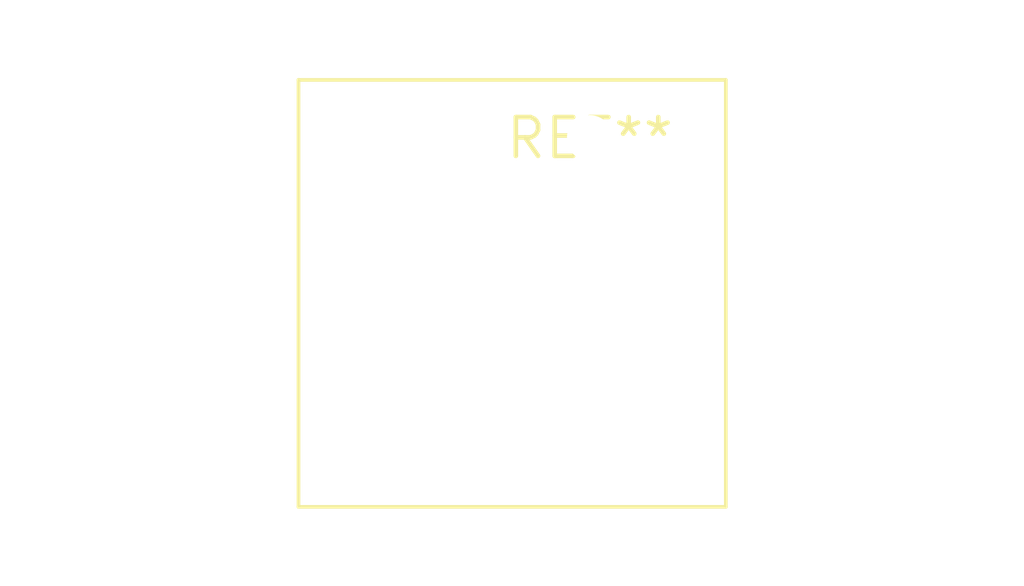
<source format=kicad_pcb>
(kicad_pcb (version 20240108) (generator pcbnew)
  (layers (0 "F.Cu" signal) (31 "B.Cu" signal) (34 "B.Paste" user) (35 "F.Paste" user) (36 "B.SilkS" user "B.Silkscreen") (37 "F.SilkS" user "F.Silkscreen") (38 "B.Mask" user) (39 "F.Mask" user) (44 "Edge.Cuts" user))
  (net 0 "")
  (footprint "SW_Cherry_MX_1.75u_Plate" (layer "F.Cu") (at 0 0)
    (property "Reference" "REF**")
    (property "Value" "SW_Cherry_MX_1.75u_Plate")
    (fp_line (start -9.525 -1.905) (end 4.445 -1.905) (layer "F.SilkS") (stroke (width 0.12)))
    (fp_line (start -9.525 12.065) (end -9.525 -1.905) (layer "F.SilkS") (stroke (width 0.12)))
    (fp_line (start 4.445 -1.905) (end 4.445 12.065) (layer "F.SilkS") (stroke (width 0.12)))
    (fp_line (start 4.445 12.065) (end -9.525 12.065) (layer "F.SilkS") (stroke (width 0.12)))
    (pad "" np_thru_hole circle (at -2.54 5.08) (size 4 4) (drill 4) (layers *.Cu *.Mask))
    (pad "1" thru_hole circle (at 0 0) (size 2.2 2.2) (drill 1.5) (layers *.Cu *.Mask) (remove_unused_layers))
    (pad "2" thru_hole circle (at -6.35 2.54) (size 2.2 2.2) (drill 1.5) (layers *.Cu *.Mask) (remove_unused_layers))
  )
)
</source>
